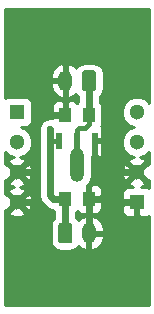
<source format=gtl>
G04 #@! TF.GenerationSoftware,KiCad,Pcbnew,5.0.1-33cea8e~68~ubuntu18.04.1*
G04 #@! TF.CreationDate,2018-11-17T13:39:52+01:00*
G04 #@! TF.ProjectId,MCP1702_SOT89_breakoutmodule_JST,4D4350313730325F534F5438395F6272,rev?*
G04 #@! TF.SameCoordinates,Original*
G04 #@! TF.FileFunction,Copper,L1,Top,Signal*
G04 #@! TF.FilePolarity,Positive*
%FSLAX46Y46*%
G04 Gerber Fmt 4.6, Leading zero omitted, Abs format (unit mm)*
G04 Created by KiCad (PCBNEW 5.0.1-33cea8e~68~ubuntu18.04.1) date za 17 nov 2018 13:39:52 CET*
%MOMM*%
%LPD*%
G01*
G04 APERTURE LIST*
G04 #@! TA.AperFunction,SMDPad,CuDef*
%ADD10R,1.000000X1.250000*%
G04 #@! TD*
G04 #@! TA.AperFunction,ComponentPad*
%ADD11R,1.300000X1.300000*%
G04 #@! TD*
G04 #@! TA.AperFunction,ComponentPad*
%ADD12C,1.300000*%
G04 #@! TD*
G04 #@! TA.AperFunction,SMDPad,CuDef*
%ADD13R,0.480000X1.400000*%
G04 #@! TD*
G04 #@! TA.AperFunction,SMDPad,CuDef*
%ADD14O,1.200000X2.850000*%
G04 #@! TD*
G04 #@! TA.AperFunction,ComponentPad*
%ADD15R,0.600000X0.600000*%
G04 #@! TD*
G04 #@! TA.AperFunction,ComponentPad*
%ADD16O,1.200000X1.750000*%
G04 #@! TD*
G04 #@! TA.AperFunction,Conductor*
%ADD17C,0.100000*%
G04 #@! TD*
G04 #@! TA.AperFunction,ComponentPad*
%ADD18C,1.200000*%
G04 #@! TD*
G04 #@! TA.AperFunction,ViaPad*
%ADD19C,0.550000*%
G04 #@! TD*
G04 #@! TA.AperFunction,Conductor*
%ADD20C,0.400000*%
G04 #@! TD*
G04 #@! TA.AperFunction,Conductor*
%ADD21C,0.600000*%
G04 #@! TD*
G04 #@! TA.AperFunction,Conductor*
%ADD22C,0.254000*%
G04 #@! TD*
G04 APERTURE END LIST*
D10*
G04 #@! TO.P,C1,1*
G04 #@! TO.N,+12V*
X136900000Y-73900000D03*
G04 #@! TO.P,C1,2*
G04 #@! TO.N,GND*
X134900000Y-73900000D03*
G04 #@! TD*
G04 #@! TO.P,C2,2*
G04 #@! TO.N,GND*
X136900000Y-81000000D03*
G04 #@! TO.P,C2,1*
G04 #@! TO.N,VDD*
X134900000Y-81000000D03*
G04 #@! TD*
D11*
G04 #@! TO.P,J1,1*
G04 #@! TO.N,+12V*
X130810000Y-73660000D03*
D12*
G04 #@! TO.P,J1,2*
X130810000Y-76200000D03*
G04 #@! TO.P,J1,3*
G04 #@! TO.N,GND*
X130810000Y-78740000D03*
G04 #@! TO.P,J1,4*
X130810000Y-81280000D03*
G04 #@! TD*
G04 #@! TO.P,J4,4*
G04 #@! TO.N,VDD*
X140970000Y-73660000D03*
G04 #@! TO.P,J4,3*
X140970000Y-76200000D03*
G04 #@! TO.P,J4,2*
G04 #@! TO.N,GND*
X140970000Y-78740000D03*
D11*
G04 #@! TO.P,J4,1*
X140970000Y-81280000D03*
G04 #@! TD*
D13*
G04 #@! TO.P,U1,1*
G04 #@! TO.N,GND*
X137400000Y-76100000D03*
G04 #@! TO.P,U1,2*
G04 #@! TO.N,+12V*
X135900000Y-76100000D03*
G04 #@! TO.P,U1,3*
G04 #@! TO.N,VDD*
X134400000Y-76100000D03*
D14*
G04 #@! TO.P,U1,TAB*
G04 #@! TO.N,+12V*
X135900000Y-78100000D03*
D15*
X136200000Y-77800000D03*
X135600000Y-77800000D03*
X135600000Y-78400000D03*
X136200000Y-78400000D03*
X135900000Y-79000000D03*
X135900000Y-77200000D03*
G04 #@! TD*
D16*
G04 #@! TO.P,J2,2*
G04 #@! TO.N,GND*
X136900000Y-83900000D03*
D17*
G04 #@! TD*
G04 #@! TO.N,VDD*
G04 #@! TO.C,J2*
G36*
X135274505Y-83026204D02*
X135298773Y-83029804D01*
X135322572Y-83035765D01*
X135345671Y-83044030D01*
X135367850Y-83054520D01*
X135388893Y-83067132D01*
X135408599Y-83081747D01*
X135426777Y-83098223D01*
X135443253Y-83116401D01*
X135457868Y-83136107D01*
X135470480Y-83157150D01*
X135480970Y-83179329D01*
X135489235Y-83202428D01*
X135495196Y-83226227D01*
X135498796Y-83250495D01*
X135500000Y-83274999D01*
X135500000Y-84525001D01*
X135498796Y-84549505D01*
X135495196Y-84573773D01*
X135489235Y-84597572D01*
X135480970Y-84620671D01*
X135470480Y-84642850D01*
X135457868Y-84663893D01*
X135443253Y-84683599D01*
X135426777Y-84701777D01*
X135408599Y-84718253D01*
X135388893Y-84732868D01*
X135367850Y-84745480D01*
X135345671Y-84755970D01*
X135322572Y-84764235D01*
X135298773Y-84770196D01*
X135274505Y-84773796D01*
X135250001Y-84775000D01*
X134549999Y-84775000D01*
X134525495Y-84773796D01*
X134501227Y-84770196D01*
X134477428Y-84764235D01*
X134454329Y-84755970D01*
X134432150Y-84745480D01*
X134411107Y-84732868D01*
X134391401Y-84718253D01*
X134373223Y-84701777D01*
X134356747Y-84683599D01*
X134342132Y-84663893D01*
X134329520Y-84642850D01*
X134319030Y-84620671D01*
X134310765Y-84597572D01*
X134304804Y-84573773D01*
X134301204Y-84549505D01*
X134300000Y-84525001D01*
X134300000Y-83274999D01*
X134301204Y-83250495D01*
X134304804Y-83226227D01*
X134310765Y-83202428D01*
X134319030Y-83179329D01*
X134329520Y-83157150D01*
X134342132Y-83136107D01*
X134356747Y-83116401D01*
X134373223Y-83098223D01*
X134391401Y-83081747D01*
X134411107Y-83067132D01*
X134432150Y-83054520D01*
X134454329Y-83044030D01*
X134477428Y-83035765D01*
X134501227Y-83029804D01*
X134525495Y-83026204D01*
X134549999Y-83025000D01*
X135250001Y-83025000D01*
X135274505Y-83026204D01*
X135274505Y-83026204D01*
G37*
D18*
G04 #@! TO.P,J2,1*
G04 #@! TO.N,VDD*
X134900000Y-83900000D03*
G04 #@! TD*
D17*
G04 #@! TO.N,+12V*
G04 #@! TO.C,J3*
G36*
X137274505Y-70126204D02*
X137298773Y-70129804D01*
X137322572Y-70135765D01*
X137345671Y-70144030D01*
X137367850Y-70154520D01*
X137388893Y-70167132D01*
X137408599Y-70181747D01*
X137426777Y-70198223D01*
X137443253Y-70216401D01*
X137457868Y-70236107D01*
X137470480Y-70257150D01*
X137480970Y-70279329D01*
X137489235Y-70302428D01*
X137495196Y-70326227D01*
X137498796Y-70350495D01*
X137500000Y-70374999D01*
X137500000Y-71625001D01*
X137498796Y-71649505D01*
X137495196Y-71673773D01*
X137489235Y-71697572D01*
X137480970Y-71720671D01*
X137470480Y-71742850D01*
X137457868Y-71763893D01*
X137443253Y-71783599D01*
X137426777Y-71801777D01*
X137408599Y-71818253D01*
X137388893Y-71832868D01*
X137367850Y-71845480D01*
X137345671Y-71855970D01*
X137322572Y-71864235D01*
X137298773Y-71870196D01*
X137274505Y-71873796D01*
X137250001Y-71875000D01*
X136549999Y-71875000D01*
X136525495Y-71873796D01*
X136501227Y-71870196D01*
X136477428Y-71864235D01*
X136454329Y-71855970D01*
X136432150Y-71845480D01*
X136411107Y-71832868D01*
X136391401Y-71818253D01*
X136373223Y-71801777D01*
X136356747Y-71783599D01*
X136342132Y-71763893D01*
X136329520Y-71742850D01*
X136319030Y-71720671D01*
X136310765Y-71697572D01*
X136304804Y-71673773D01*
X136301204Y-71649505D01*
X136300000Y-71625001D01*
X136300000Y-70374999D01*
X136301204Y-70350495D01*
X136304804Y-70326227D01*
X136310765Y-70302428D01*
X136319030Y-70279329D01*
X136329520Y-70257150D01*
X136342132Y-70236107D01*
X136356747Y-70216401D01*
X136373223Y-70198223D01*
X136391401Y-70181747D01*
X136411107Y-70167132D01*
X136432150Y-70154520D01*
X136454329Y-70144030D01*
X136477428Y-70135765D01*
X136501227Y-70129804D01*
X136525495Y-70126204D01*
X136549999Y-70125000D01*
X137250001Y-70125000D01*
X137274505Y-70126204D01*
X137274505Y-70126204D01*
G37*
D18*
G04 #@! TD*
G04 #@! TO.P,J3,1*
G04 #@! TO.N,+12V*
X136900000Y-71000000D03*
D16*
G04 #@! TO.P,J3,2*
G04 #@! TO.N,GND*
X134900000Y-71000000D03*
G04 #@! TD*
D19*
G04 #@! TO.N,GND*
X133800000Y-73900000D03*
X138200000Y-73900000D03*
G04 #@! TO.N,VDD*
X133600000Y-75100000D03*
G04 #@! TD*
D20*
G04 #@! TO.N,+12V*
X135900000Y-76100000D02*
X135900000Y-78100000D01*
X135900000Y-76100000D02*
X135900000Y-75200000D01*
X135900000Y-75200000D02*
X136100000Y-75000000D01*
X136100000Y-75000000D02*
X136600000Y-75000000D01*
X136900000Y-74700000D02*
X136900000Y-73900000D01*
X136600000Y-75000000D02*
X136900000Y-74700000D01*
D21*
X136900000Y-71000000D02*
X136900000Y-73900000D01*
G04 #@! TO.N,GND*
X134900000Y-73900000D02*
X133800000Y-73900000D01*
X132120000Y-81280000D02*
X130810000Y-81280000D01*
X133800000Y-73900000D02*
X133200000Y-73900000D01*
X132500000Y-80900000D02*
X132120000Y-81280000D01*
X133200000Y-73900000D02*
X132500000Y-74600000D01*
X132460000Y-78740000D02*
X132500000Y-78700000D01*
X130810000Y-78740000D02*
X132460000Y-78740000D01*
X132500000Y-74600000D02*
X132500000Y-78700000D01*
X132500000Y-78700000D02*
X132500000Y-80900000D01*
X138200000Y-81000000D02*
X136900000Y-81000000D01*
X138480000Y-81280000D02*
X138200000Y-81000000D01*
X140970000Y-81280000D02*
X138480000Y-81280000D01*
X140970000Y-78740000D02*
X138260000Y-78740000D01*
X138260000Y-78740000D02*
X138200000Y-78800000D01*
X138200000Y-78800000D02*
X138200000Y-81000000D01*
D20*
X137400000Y-76100000D02*
X138200000Y-76100000D01*
D21*
X138200000Y-73900000D02*
X138200000Y-76100000D01*
X138200000Y-76100000D02*
X138200000Y-78800000D01*
X136900000Y-83900000D02*
X136900000Y-81000000D01*
D20*
G04 #@! TO.N,VDD*
X134400000Y-76100000D02*
X133800000Y-76100000D01*
D21*
X133600000Y-76300000D02*
X133600000Y-80700000D01*
X133900000Y-81000000D02*
X134900000Y-81000000D01*
X133600000Y-80700000D02*
X133900000Y-81000000D01*
X133600000Y-76300000D02*
X133600000Y-75100000D01*
X134900000Y-83900000D02*
X134900000Y-81000000D01*
G04 #@! TD*
D22*
G04 #@! TO.N,GND*
G36*
X141990000Y-72862735D02*
X141697894Y-72570629D01*
X141225602Y-72375000D01*
X140714398Y-72375000D01*
X140242106Y-72570629D01*
X139880629Y-72932106D01*
X139685000Y-73404398D01*
X139685000Y-73915602D01*
X139880629Y-74387894D01*
X140242106Y-74749371D01*
X140678185Y-74930000D01*
X140242106Y-75110629D01*
X139880629Y-75472106D01*
X139685000Y-75944398D01*
X139685000Y-76455602D01*
X139880629Y-76927894D01*
X140242106Y-77289371D01*
X140677634Y-77469772D01*
X140640572Y-77471917D01*
X140306271Y-77610389D01*
X140250590Y-77840984D01*
X140970000Y-78560395D01*
X141689410Y-77840984D01*
X141633729Y-77610389D01*
X141247426Y-77475960D01*
X141697894Y-77289371D01*
X141990000Y-76997265D01*
X141990001Y-78049804D01*
X141869016Y-78020590D01*
X141149605Y-78740000D01*
X141869016Y-79459410D01*
X141990001Y-79430196D01*
X141990001Y-80101975D01*
X141979699Y-80091673D01*
X141746310Y-79995000D01*
X141331013Y-79995000D01*
X141633729Y-79869611D01*
X141689410Y-79639016D01*
X140970000Y-78919605D01*
X140250590Y-79639016D01*
X140306271Y-79869611D01*
X140666597Y-79995000D01*
X140193690Y-79995000D01*
X139960301Y-80091673D01*
X139781673Y-80270302D01*
X139685000Y-80503691D01*
X139685000Y-80994250D01*
X139843750Y-81153000D01*
X140843000Y-81153000D01*
X140843000Y-81133000D01*
X141097000Y-81133000D01*
X141097000Y-81153000D01*
X141117000Y-81153000D01*
X141117000Y-81407000D01*
X141097000Y-81407000D01*
X141097000Y-82406250D01*
X141255750Y-82565000D01*
X141746310Y-82565000D01*
X141979699Y-82468327D01*
X141990001Y-82458025D01*
X141990001Y-89990000D01*
X129810000Y-89990000D01*
X129810000Y-82179016D01*
X130090590Y-82179016D01*
X130146271Y-82409611D01*
X130629078Y-82577622D01*
X131139428Y-82548083D01*
X131473729Y-82409611D01*
X131529410Y-82179016D01*
X130810000Y-81459605D01*
X130090590Y-82179016D01*
X129810000Y-82179016D01*
X129810000Y-81975026D01*
X129910984Y-81999410D01*
X130630395Y-81280000D01*
X130989605Y-81280000D01*
X131709016Y-81999410D01*
X131939611Y-81943729D01*
X132107622Y-81460922D01*
X132078083Y-80950572D01*
X131974293Y-80700000D01*
X132646683Y-80700000D01*
X132719250Y-81064818D01*
X132863030Y-81280000D01*
X132925904Y-81374097D01*
X133003970Y-81426259D01*
X133173739Y-81596028D01*
X133225903Y-81674097D01*
X133535181Y-81880750D01*
X133807914Y-81935000D01*
X133848871Y-81943147D01*
X133942191Y-82082809D01*
X133965001Y-82098050D01*
X133965000Y-82607281D01*
X133915414Y-82640414D01*
X133720873Y-82931564D01*
X133652560Y-83274999D01*
X133652560Y-84525001D01*
X133720873Y-84868436D01*
X133915414Y-85159586D01*
X134206564Y-85354127D01*
X134549999Y-85422440D01*
X135250001Y-85422440D01*
X135593436Y-85354127D01*
X135884586Y-85159586D01*
X135996127Y-84992653D01*
X136116526Y-85138080D01*
X136544719Y-85364592D01*
X136582391Y-85368462D01*
X136773000Y-85243731D01*
X136773000Y-84027000D01*
X137027000Y-84027000D01*
X137027000Y-85243731D01*
X137217609Y-85368462D01*
X137255281Y-85364592D01*
X137683474Y-85138080D01*
X137992390Y-84764947D01*
X138135000Y-84302000D01*
X138135000Y-84027000D01*
X137027000Y-84027000D01*
X136773000Y-84027000D01*
X136753000Y-84027000D01*
X136753000Y-83773000D01*
X136773000Y-83773000D01*
X136773000Y-82556269D01*
X137027000Y-82556269D01*
X137027000Y-83773000D01*
X138135000Y-83773000D01*
X138135000Y-83498000D01*
X137992390Y-83035053D01*
X137683474Y-82661920D01*
X137255281Y-82435408D01*
X137217609Y-82431538D01*
X137027000Y-82556269D01*
X136773000Y-82556269D01*
X136582391Y-82431538D01*
X136544719Y-82435408D01*
X136116526Y-82661920D01*
X135996127Y-82807347D01*
X135884586Y-82640414D01*
X135835000Y-82607282D01*
X135835000Y-82098050D01*
X135857809Y-82082809D01*
X135898654Y-82021680D01*
X136040302Y-82163327D01*
X136273691Y-82260000D01*
X136614250Y-82260000D01*
X136773000Y-82101250D01*
X136773000Y-81127000D01*
X137027000Y-81127000D01*
X137027000Y-82101250D01*
X137185750Y-82260000D01*
X137526309Y-82260000D01*
X137759698Y-82163327D01*
X137938327Y-81984699D01*
X138035000Y-81751310D01*
X138035000Y-81565750D01*
X139685000Y-81565750D01*
X139685000Y-82056309D01*
X139781673Y-82289698D01*
X139960301Y-82468327D01*
X140193690Y-82565000D01*
X140684250Y-82565000D01*
X140843000Y-82406250D01*
X140843000Y-81407000D01*
X139843750Y-81407000D01*
X139685000Y-81565750D01*
X138035000Y-81565750D01*
X138035000Y-81285750D01*
X137876250Y-81127000D01*
X137027000Y-81127000D01*
X136773000Y-81127000D01*
X136753000Y-81127000D01*
X136753000Y-80873000D01*
X136773000Y-80873000D01*
X136773000Y-79898750D01*
X137027000Y-79898750D01*
X137027000Y-80873000D01*
X137876250Y-80873000D01*
X138035000Y-80714250D01*
X138035000Y-80248690D01*
X137938327Y-80015301D01*
X137759698Y-79836673D01*
X137526309Y-79740000D01*
X137185750Y-79740000D01*
X137027000Y-79898750D01*
X136773000Y-79898750D01*
X136729990Y-79855740D01*
X136790385Y-79815385D01*
X137063344Y-79406873D01*
X137135000Y-79046636D01*
X137135000Y-78762541D01*
X137147440Y-78700000D01*
X137147440Y-78559078D01*
X139672378Y-78559078D01*
X139701917Y-79069428D01*
X139840389Y-79403729D01*
X140070984Y-79459410D01*
X140790395Y-78740000D01*
X140070984Y-78020590D01*
X139840389Y-78076271D01*
X139672378Y-78559078D01*
X137147440Y-78559078D01*
X137147440Y-77500000D01*
X137135000Y-77437459D01*
X137135000Y-77421250D01*
X137280000Y-77276250D01*
X137280000Y-76227000D01*
X137520000Y-76227000D01*
X137520000Y-77276250D01*
X137678750Y-77435000D01*
X137766309Y-77435000D01*
X137999698Y-77338327D01*
X138178327Y-77159699D01*
X138275000Y-76926310D01*
X138275000Y-76385750D01*
X138116250Y-76227000D01*
X137520000Y-76227000D01*
X137280000Y-76227000D01*
X137253000Y-76227000D01*
X137253000Y-75973000D01*
X137280000Y-75973000D01*
X137280000Y-75953000D01*
X137520000Y-75953000D01*
X137520000Y-75973000D01*
X138116250Y-75973000D01*
X138275000Y-75814250D01*
X138275000Y-75273690D01*
X138178327Y-75040301D01*
X137999698Y-74861673D01*
X137951962Y-74841900D01*
X137998157Y-74772765D01*
X138047440Y-74525000D01*
X138047440Y-73275000D01*
X137998157Y-73027235D01*
X137857809Y-72817191D01*
X137835000Y-72801950D01*
X137835000Y-72292718D01*
X137884586Y-72259586D01*
X138079127Y-71968436D01*
X138147440Y-71625001D01*
X138147440Y-70374999D01*
X138079127Y-70031564D01*
X137884586Y-69740414D01*
X137593436Y-69545873D01*
X137250001Y-69477560D01*
X136549999Y-69477560D01*
X136206564Y-69545873D01*
X135915414Y-69740414D01*
X135803873Y-69907347D01*
X135683474Y-69761920D01*
X135255281Y-69535408D01*
X135217609Y-69531538D01*
X135027000Y-69656269D01*
X135027000Y-70873000D01*
X135047000Y-70873000D01*
X135047000Y-71127000D01*
X135027000Y-71127000D01*
X135027000Y-72343731D01*
X135217609Y-72468462D01*
X135255281Y-72464592D01*
X135683474Y-72238080D01*
X135803873Y-72092653D01*
X135915414Y-72259586D01*
X135965000Y-72292719D01*
X135965001Y-72801950D01*
X135942191Y-72817191D01*
X135901346Y-72878320D01*
X135759698Y-72736673D01*
X135526309Y-72640000D01*
X135185750Y-72640000D01*
X135027000Y-72798750D01*
X135027000Y-73773000D01*
X135047000Y-73773000D01*
X135047000Y-74027000D01*
X135027000Y-74027000D01*
X135027000Y-74047000D01*
X134773000Y-74047000D01*
X134773000Y-74027000D01*
X133923750Y-74027000D01*
X133770210Y-74180540D01*
X133600000Y-74146683D01*
X133235182Y-74219250D01*
X132925904Y-74425903D01*
X132719251Y-74735181D01*
X132665001Y-75007914D01*
X132665000Y-76207914D01*
X132665000Y-76207915D01*
X132665001Y-80607910D01*
X132646683Y-80700000D01*
X131974293Y-80700000D01*
X131939611Y-80616271D01*
X131709016Y-80560590D01*
X130989605Y-81280000D01*
X130630395Y-81280000D01*
X129910984Y-80560590D01*
X129810000Y-80584974D01*
X129810000Y-79639016D01*
X130090590Y-79639016D01*
X130146271Y-79869611D01*
X130544566Y-80008213D01*
X130480572Y-80011917D01*
X130146271Y-80150389D01*
X130090590Y-80380984D01*
X130810000Y-81100395D01*
X131529410Y-80380984D01*
X131473729Y-80150389D01*
X131075434Y-80011787D01*
X131139428Y-80008083D01*
X131473729Y-79869611D01*
X131529410Y-79639016D01*
X130810000Y-78919605D01*
X130090590Y-79639016D01*
X129810000Y-79639016D01*
X129810000Y-79435026D01*
X129910984Y-79459410D01*
X130630395Y-78740000D01*
X130989605Y-78740000D01*
X131709016Y-79459410D01*
X131939611Y-79403729D01*
X132107622Y-78920922D01*
X132078083Y-78410572D01*
X131939611Y-78076271D01*
X131709016Y-78020590D01*
X130989605Y-78740000D01*
X130630395Y-78740000D01*
X129910984Y-78020590D01*
X129810000Y-78044974D01*
X129810000Y-77017265D01*
X130082106Y-77289371D01*
X130517634Y-77469772D01*
X130480572Y-77471917D01*
X130146271Y-77610389D01*
X130090590Y-77840984D01*
X130810000Y-78560395D01*
X131529410Y-77840984D01*
X131473729Y-77610389D01*
X131087426Y-77475960D01*
X131537894Y-77289371D01*
X131899371Y-76927894D01*
X132095000Y-76455602D01*
X132095000Y-75944398D01*
X131899371Y-75472106D01*
X131537894Y-75110629D01*
X131168062Y-74957440D01*
X131460000Y-74957440D01*
X131707765Y-74908157D01*
X131917809Y-74767809D01*
X132058157Y-74557765D01*
X132107440Y-74310000D01*
X132107440Y-73148690D01*
X133765000Y-73148690D01*
X133765000Y-73614250D01*
X133923750Y-73773000D01*
X134773000Y-73773000D01*
X134773000Y-72798750D01*
X134614250Y-72640000D01*
X134273691Y-72640000D01*
X134040302Y-72736673D01*
X133861673Y-72915301D01*
X133765000Y-73148690D01*
X132107440Y-73148690D01*
X132107440Y-73010000D01*
X132058157Y-72762235D01*
X131917809Y-72552191D01*
X131707765Y-72411843D01*
X131460000Y-72362560D01*
X130160000Y-72362560D01*
X129912235Y-72411843D01*
X129810000Y-72480155D01*
X129810000Y-71127000D01*
X133665000Y-71127000D01*
X133665000Y-71402000D01*
X133807610Y-71864947D01*
X134116526Y-72238080D01*
X134544719Y-72464592D01*
X134582391Y-72468462D01*
X134773000Y-72343731D01*
X134773000Y-71127000D01*
X133665000Y-71127000D01*
X129810000Y-71127000D01*
X129810000Y-70598000D01*
X133665000Y-70598000D01*
X133665000Y-70873000D01*
X134773000Y-70873000D01*
X134773000Y-69656269D01*
X134582391Y-69531538D01*
X134544719Y-69535408D01*
X134116526Y-69761920D01*
X133807610Y-70135053D01*
X133665000Y-70598000D01*
X129810000Y-70598000D01*
X129810000Y-64910000D01*
X141990000Y-64910000D01*
X141990000Y-72862735D01*
X141990000Y-72862735D01*
G37*
X141990000Y-72862735D02*
X141697894Y-72570629D01*
X141225602Y-72375000D01*
X140714398Y-72375000D01*
X140242106Y-72570629D01*
X139880629Y-72932106D01*
X139685000Y-73404398D01*
X139685000Y-73915602D01*
X139880629Y-74387894D01*
X140242106Y-74749371D01*
X140678185Y-74930000D01*
X140242106Y-75110629D01*
X139880629Y-75472106D01*
X139685000Y-75944398D01*
X139685000Y-76455602D01*
X139880629Y-76927894D01*
X140242106Y-77289371D01*
X140677634Y-77469772D01*
X140640572Y-77471917D01*
X140306271Y-77610389D01*
X140250590Y-77840984D01*
X140970000Y-78560395D01*
X141689410Y-77840984D01*
X141633729Y-77610389D01*
X141247426Y-77475960D01*
X141697894Y-77289371D01*
X141990000Y-76997265D01*
X141990001Y-78049804D01*
X141869016Y-78020590D01*
X141149605Y-78740000D01*
X141869016Y-79459410D01*
X141990001Y-79430196D01*
X141990001Y-80101975D01*
X141979699Y-80091673D01*
X141746310Y-79995000D01*
X141331013Y-79995000D01*
X141633729Y-79869611D01*
X141689410Y-79639016D01*
X140970000Y-78919605D01*
X140250590Y-79639016D01*
X140306271Y-79869611D01*
X140666597Y-79995000D01*
X140193690Y-79995000D01*
X139960301Y-80091673D01*
X139781673Y-80270302D01*
X139685000Y-80503691D01*
X139685000Y-80994250D01*
X139843750Y-81153000D01*
X140843000Y-81153000D01*
X140843000Y-81133000D01*
X141097000Y-81133000D01*
X141097000Y-81153000D01*
X141117000Y-81153000D01*
X141117000Y-81407000D01*
X141097000Y-81407000D01*
X141097000Y-82406250D01*
X141255750Y-82565000D01*
X141746310Y-82565000D01*
X141979699Y-82468327D01*
X141990001Y-82458025D01*
X141990001Y-89990000D01*
X129810000Y-89990000D01*
X129810000Y-82179016D01*
X130090590Y-82179016D01*
X130146271Y-82409611D01*
X130629078Y-82577622D01*
X131139428Y-82548083D01*
X131473729Y-82409611D01*
X131529410Y-82179016D01*
X130810000Y-81459605D01*
X130090590Y-82179016D01*
X129810000Y-82179016D01*
X129810000Y-81975026D01*
X129910984Y-81999410D01*
X130630395Y-81280000D01*
X130989605Y-81280000D01*
X131709016Y-81999410D01*
X131939611Y-81943729D01*
X132107622Y-81460922D01*
X132078083Y-80950572D01*
X131974293Y-80700000D01*
X132646683Y-80700000D01*
X132719250Y-81064818D01*
X132863030Y-81280000D01*
X132925904Y-81374097D01*
X133003970Y-81426259D01*
X133173739Y-81596028D01*
X133225903Y-81674097D01*
X133535181Y-81880750D01*
X133807914Y-81935000D01*
X133848871Y-81943147D01*
X133942191Y-82082809D01*
X133965001Y-82098050D01*
X133965000Y-82607281D01*
X133915414Y-82640414D01*
X133720873Y-82931564D01*
X133652560Y-83274999D01*
X133652560Y-84525001D01*
X133720873Y-84868436D01*
X133915414Y-85159586D01*
X134206564Y-85354127D01*
X134549999Y-85422440D01*
X135250001Y-85422440D01*
X135593436Y-85354127D01*
X135884586Y-85159586D01*
X135996127Y-84992653D01*
X136116526Y-85138080D01*
X136544719Y-85364592D01*
X136582391Y-85368462D01*
X136773000Y-85243731D01*
X136773000Y-84027000D01*
X137027000Y-84027000D01*
X137027000Y-85243731D01*
X137217609Y-85368462D01*
X137255281Y-85364592D01*
X137683474Y-85138080D01*
X137992390Y-84764947D01*
X138135000Y-84302000D01*
X138135000Y-84027000D01*
X137027000Y-84027000D01*
X136773000Y-84027000D01*
X136753000Y-84027000D01*
X136753000Y-83773000D01*
X136773000Y-83773000D01*
X136773000Y-82556269D01*
X137027000Y-82556269D01*
X137027000Y-83773000D01*
X138135000Y-83773000D01*
X138135000Y-83498000D01*
X137992390Y-83035053D01*
X137683474Y-82661920D01*
X137255281Y-82435408D01*
X137217609Y-82431538D01*
X137027000Y-82556269D01*
X136773000Y-82556269D01*
X136582391Y-82431538D01*
X136544719Y-82435408D01*
X136116526Y-82661920D01*
X135996127Y-82807347D01*
X135884586Y-82640414D01*
X135835000Y-82607282D01*
X135835000Y-82098050D01*
X135857809Y-82082809D01*
X135898654Y-82021680D01*
X136040302Y-82163327D01*
X136273691Y-82260000D01*
X136614250Y-82260000D01*
X136773000Y-82101250D01*
X136773000Y-81127000D01*
X137027000Y-81127000D01*
X137027000Y-82101250D01*
X137185750Y-82260000D01*
X137526309Y-82260000D01*
X137759698Y-82163327D01*
X137938327Y-81984699D01*
X138035000Y-81751310D01*
X138035000Y-81565750D01*
X139685000Y-81565750D01*
X139685000Y-82056309D01*
X139781673Y-82289698D01*
X139960301Y-82468327D01*
X140193690Y-82565000D01*
X140684250Y-82565000D01*
X140843000Y-82406250D01*
X140843000Y-81407000D01*
X139843750Y-81407000D01*
X139685000Y-81565750D01*
X138035000Y-81565750D01*
X138035000Y-81285750D01*
X137876250Y-81127000D01*
X137027000Y-81127000D01*
X136773000Y-81127000D01*
X136753000Y-81127000D01*
X136753000Y-80873000D01*
X136773000Y-80873000D01*
X136773000Y-79898750D01*
X137027000Y-79898750D01*
X137027000Y-80873000D01*
X137876250Y-80873000D01*
X138035000Y-80714250D01*
X138035000Y-80248690D01*
X137938327Y-80015301D01*
X137759698Y-79836673D01*
X137526309Y-79740000D01*
X137185750Y-79740000D01*
X137027000Y-79898750D01*
X136773000Y-79898750D01*
X136729990Y-79855740D01*
X136790385Y-79815385D01*
X137063344Y-79406873D01*
X137135000Y-79046636D01*
X137135000Y-78762541D01*
X137147440Y-78700000D01*
X137147440Y-78559078D01*
X139672378Y-78559078D01*
X139701917Y-79069428D01*
X139840389Y-79403729D01*
X140070984Y-79459410D01*
X140790395Y-78740000D01*
X140070984Y-78020590D01*
X139840389Y-78076271D01*
X139672378Y-78559078D01*
X137147440Y-78559078D01*
X137147440Y-77500000D01*
X137135000Y-77437459D01*
X137135000Y-77421250D01*
X137280000Y-77276250D01*
X137280000Y-76227000D01*
X137520000Y-76227000D01*
X137520000Y-77276250D01*
X137678750Y-77435000D01*
X137766309Y-77435000D01*
X137999698Y-77338327D01*
X138178327Y-77159699D01*
X138275000Y-76926310D01*
X138275000Y-76385750D01*
X138116250Y-76227000D01*
X137520000Y-76227000D01*
X137280000Y-76227000D01*
X137253000Y-76227000D01*
X137253000Y-75973000D01*
X137280000Y-75973000D01*
X137280000Y-75953000D01*
X137520000Y-75953000D01*
X137520000Y-75973000D01*
X138116250Y-75973000D01*
X138275000Y-75814250D01*
X138275000Y-75273690D01*
X138178327Y-75040301D01*
X137999698Y-74861673D01*
X137951962Y-74841900D01*
X137998157Y-74772765D01*
X138047440Y-74525000D01*
X138047440Y-73275000D01*
X137998157Y-73027235D01*
X137857809Y-72817191D01*
X137835000Y-72801950D01*
X137835000Y-72292718D01*
X137884586Y-72259586D01*
X138079127Y-71968436D01*
X138147440Y-71625001D01*
X138147440Y-70374999D01*
X138079127Y-70031564D01*
X137884586Y-69740414D01*
X137593436Y-69545873D01*
X137250001Y-69477560D01*
X136549999Y-69477560D01*
X136206564Y-69545873D01*
X135915414Y-69740414D01*
X135803873Y-69907347D01*
X135683474Y-69761920D01*
X135255281Y-69535408D01*
X135217609Y-69531538D01*
X135027000Y-69656269D01*
X135027000Y-70873000D01*
X135047000Y-70873000D01*
X135047000Y-71127000D01*
X135027000Y-71127000D01*
X135027000Y-72343731D01*
X135217609Y-72468462D01*
X135255281Y-72464592D01*
X135683474Y-72238080D01*
X135803873Y-72092653D01*
X135915414Y-72259586D01*
X135965000Y-72292719D01*
X135965001Y-72801950D01*
X135942191Y-72817191D01*
X135901346Y-72878320D01*
X135759698Y-72736673D01*
X135526309Y-72640000D01*
X135185750Y-72640000D01*
X135027000Y-72798750D01*
X135027000Y-73773000D01*
X135047000Y-73773000D01*
X135047000Y-74027000D01*
X135027000Y-74027000D01*
X135027000Y-74047000D01*
X134773000Y-74047000D01*
X134773000Y-74027000D01*
X133923750Y-74027000D01*
X133770210Y-74180540D01*
X133600000Y-74146683D01*
X133235182Y-74219250D01*
X132925904Y-74425903D01*
X132719251Y-74735181D01*
X132665001Y-75007914D01*
X132665000Y-76207914D01*
X132665000Y-76207915D01*
X132665001Y-80607910D01*
X132646683Y-80700000D01*
X131974293Y-80700000D01*
X131939611Y-80616271D01*
X131709016Y-80560590D01*
X130989605Y-81280000D01*
X130630395Y-81280000D01*
X129910984Y-80560590D01*
X129810000Y-80584974D01*
X129810000Y-79639016D01*
X130090590Y-79639016D01*
X130146271Y-79869611D01*
X130544566Y-80008213D01*
X130480572Y-80011917D01*
X130146271Y-80150389D01*
X130090590Y-80380984D01*
X130810000Y-81100395D01*
X131529410Y-80380984D01*
X131473729Y-80150389D01*
X131075434Y-80011787D01*
X131139428Y-80008083D01*
X131473729Y-79869611D01*
X131529410Y-79639016D01*
X130810000Y-78919605D01*
X130090590Y-79639016D01*
X129810000Y-79639016D01*
X129810000Y-79435026D01*
X129910984Y-79459410D01*
X130630395Y-78740000D01*
X130989605Y-78740000D01*
X131709016Y-79459410D01*
X131939611Y-79403729D01*
X132107622Y-78920922D01*
X132078083Y-78410572D01*
X131939611Y-78076271D01*
X131709016Y-78020590D01*
X130989605Y-78740000D01*
X130630395Y-78740000D01*
X129910984Y-78020590D01*
X129810000Y-78044974D01*
X129810000Y-77017265D01*
X130082106Y-77289371D01*
X130517634Y-77469772D01*
X130480572Y-77471917D01*
X130146271Y-77610389D01*
X130090590Y-77840984D01*
X130810000Y-78560395D01*
X131529410Y-77840984D01*
X131473729Y-77610389D01*
X131087426Y-77475960D01*
X131537894Y-77289371D01*
X131899371Y-76927894D01*
X132095000Y-76455602D01*
X132095000Y-75944398D01*
X131899371Y-75472106D01*
X131537894Y-75110629D01*
X131168062Y-74957440D01*
X131460000Y-74957440D01*
X131707765Y-74908157D01*
X131917809Y-74767809D01*
X132058157Y-74557765D01*
X132107440Y-74310000D01*
X132107440Y-73148690D01*
X133765000Y-73148690D01*
X133765000Y-73614250D01*
X133923750Y-73773000D01*
X134773000Y-73773000D01*
X134773000Y-72798750D01*
X134614250Y-72640000D01*
X134273691Y-72640000D01*
X134040302Y-72736673D01*
X133861673Y-72915301D01*
X133765000Y-73148690D01*
X132107440Y-73148690D01*
X132107440Y-73010000D01*
X132058157Y-72762235D01*
X131917809Y-72552191D01*
X131707765Y-72411843D01*
X131460000Y-72362560D01*
X130160000Y-72362560D01*
X129912235Y-72411843D01*
X129810000Y-72480155D01*
X129810000Y-71127000D01*
X133665000Y-71127000D01*
X133665000Y-71402000D01*
X133807610Y-71864947D01*
X134116526Y-72238080D01*
X134544719Y-72464592D01*
X134582391Y-72468462D01*
X134773000Y-72343731D01*
X134773000Y-71127000D01*
X133665000Y-71127000D01*
X129810000Y-71127000D01*
X129810000Y-70598000D01*
X133665000Y-70598000D01*
X133665000Y-70873000D01*
X134773000Y-70873000D01*
X134773000Y-69656269D01*
X134582391Y-69531538D01*
X134544719Y-69535408D01*
X134116526Y-69761920D01*
X133807610Y-70135053D01*
X133665000Y-70598000D01*
X129810000Y-70598000D01*
X129810000Y-64910000D01*
X141990000Y-64910000D01*
X141990000Y-72862735D01*
G04 #@! TD*
M02*

</source>
